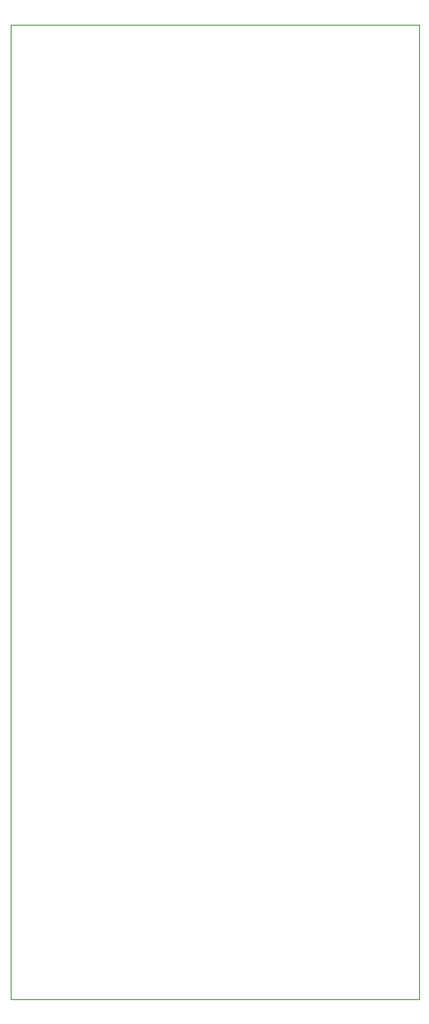
<source format=gbr>
G04 #@! TF.GenerationSoftware,KiCad,Pcbnew,7.0.9*
G04 #@! TF.CreationDate,2023-11-26T15:03:03-05:00*
G04 #@! TF.ProjectId,ESP32_AudioBoard_Rev3,45535033-325f-4417-9564-696f426f6172,rev?*
G04 #@! TF.SameCoordinates,Original*
G04 #@! TF.FileFunction,Profile,NP*
%FSLAX46Y46*%
G04 Gerber Fmt 4.6, Leading zero omitted, Abs format (unit mm)*
G04 Created by KiCad (PCBNEW 7.0.9) date 2023-11-26 15:03:03*
%MOMM*%
%LPD*%
G01*
G04 APERTURE LIST*
G04 #@! TA.AperFunction,Profile*
%ADD10C,0.050000*%
G04 #@! TD*
G04 APERTURE END LIST*
D10*
X10500000Y-19000000D02*
X22500000Y-19000000D01*
X52500000Y-119000000D02*
X22500000Y-119000000D01*
X10500000Y-119000000D02*
X10500000Y-19000000D01*
X22500000Y-19000000D02*
X52500000Y-19000000D01*
X52500000Y-19000000D02*
X52500000Y-119000000D01*
X22500000Y-119000000D02*
X10500000Y-119000000D01*
M02*

</source>
